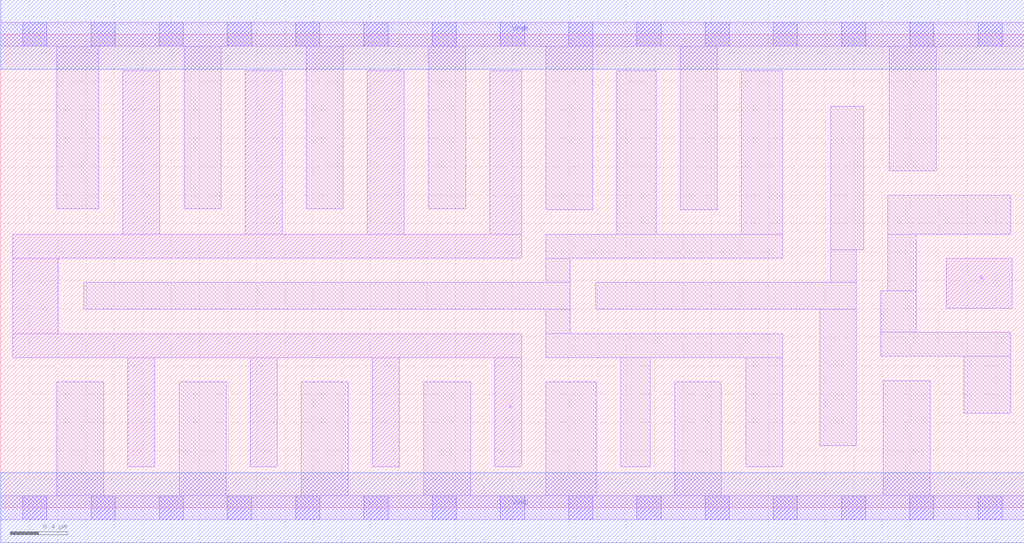
<source format=lef>
# Copyright 2020 The SkyWater PDK Authors
#
# Licensed under the Apache License, Version 2.0 (the "License");
# you may not use this file except in compliance with the License.
# You may obtain a copy of the License at
#
#     https://www.apache.org/licenses/LICENSE-2.0
#
# Unless required by applicable law or agreed to in writing, software
# distributed under the License is distributed on an "AS IS" BASIS,
# WITHOUT WARRANTIES OR CONDITIONS OF ANY KIND, either express or implied.
# See the License for the specific language governing permissions and
# limitations under the License.
#
# SPDX-License-Identifier: Apache-2.0

VERSION 5.7 ;
  NOWIREEXTENSIONATPIN ON ;
  DIVIDERCHAR "/" ;
  BUSBITCHARS "[]" ;
UNITS
  DATABASE MICRONS 200 ;
END UNITS
MACRO sky130_fd_sc_lp__bufbuf_8
  CLASS CORE ;
  FOREIGN sky130_fd_sc_lp__bufbuf_8 ;
  ORIGIN  0.000000  0.000000 ;
  SIZE  7.200000 BY  3.330000 ;
  SYMMETRY X Y R90 ;
  SITE unit ;
  PIN A
    ANTENNAGATEAREA  0.159000 ;
    DIRECTION INPUT ;
    USE SIGNAL ;
    PORT
      LAYER li1 ;
        RECT 6.650000 1.405000 7.115000 1.755000 ;
    END
  END A
  PIN X
    ANTENNADIFFAREA  2.352000 ;
    DIRECTION OUTPUT ;
    USE SIGNAL ;
    PORT
      LAYER li1 ;
        RECT 0.085000 1.055000 3.665000 1.225000 ;
        RECT 0.085000 1.225000 0.405000 1.755000 ;
        RECT 0.085000 1.755000 3.665000 1.925000 ;
        RECT 0.860000 1.925000 1.120000 3.075000 ;
        RECT 0.895000 0.290000 1.085000 1.055000 ;
        RECT 1.720000 1.925000 1.980000 3.075000 ;
        RECT 1.755000 0.290000 1.945000 1.055000 ;
        RECT 2.580000 1.925000 2.840000 3.075000 ;
        RECT 2.615000 0.290000 2.805000 1.055000 ;
        RECT 3.440000 1.925000 3.665000 3.075000 ;
        RECT 3.475000 0.290000 3.665000 1.055000 ;
    END
  END X
  PIN VGND
    DIRECTION INOUT ;
    USE GROUND ;
    PORT
      LAYER met1 ;
        RECT 0.000000 -0.245000 7.200000 0.245000 ;
    END
  END VGND
  PIN VPWR
    DIRECTION INOUT ;
    USE POWER ;
    PORT
      LAYER met1 ;
        RECT 0.000000 3.085000 7.200000 3.575000 ;
    END
  END VPWR
  OBS
    LAYER li1 ;
      RECT 0.000000 -0.085000 7.200000 0.085000 ;
      RECT 0.000000  3.245000 7.200000 3.415000 ;
      RECT 0.395000  0.085000 0.725000 0.885000 ;
      RECT 0.395000  2.105000 0.690000 3.245000 ;
      RECT 0.585000  1.395000 4.005000 1.585000 ;
      RECT 1.255000  0.085000 1.585000 0.885000 ;
      RECT 1.290000  2.105000 1.550000 3.245000 ;
      RECT 2.115000  0.085000 2.445000 0.885000 ;
      RECT 2.150000  2.105000 2.410000 3.245000 ;
      RECT 2.975000  0.085000 3.305000 0.885000 ;
      RECT 3.010000  2.105000 3.270000 3.245000 ;
      RECT 3.835000  0.085000 4.190000 0.885000 ;
      RECT 3.835000  1.055000 5.500000 1.225000 ;
      RECT 3.835000  1.225000 4.005000 1.395000 ;
      RECT 3.835000  1.585000 4.005000 1.755000 ;
      RECT 3.835000  1.755000 5.500000 1.925000 ;
      RECT 3.835000  2.095000 4.165000 3.245000 ;
      RECT 4.185000  1.395000 6.020000 1.585000 ;
      RECT 4.335000  1.925000 4.610000 3.075000 ;
      RECT 4.360000  0.290000 4.570000 1.055000 ;
      RECT 4.740000  0.085000 5.070000 0.885000 ;
      RECT 4.780000  2.095000 5.040000 3.245000 ;
      RECT 5.210000  1.925000 5.500000 3.075000 ;
      RECT 5.240000  0.290000 5.500000 1.055000 ;
      RECT 5.760000  0.435000 6.020000 1.395000 ;
      RECT 5.840000  1.585000 6.020000 1.815000 ;
      RECT 5.840000  1.815000 6.070000 2.825000 ;
      RECT 6.190000  1.065000 7.105000 1.235000 ;
      RECT 6.190000  1.235000 6.440000 1.525000 ;
      RECT 6.210000  0.085000 6.540000 0.895000 ;
      RECT 6.240000  1.525000 6.440000 1.925000 ;
      RECT 6.240000  1.925000 7.105000 2.200000 ;
      RECT 6.250000  2.370000 6.580000 3.245000 ;
      RECT 6.775000  0.665000 7.105000 1.065000 ;
    LAYER mcon ;
      RECT 0.155000 -0.085000 0.325000 0.085000 ;
      RECT 0.155000  3.245000 0.325000 3.415000 ;
      RECT 0.635000 -0.085000 0.805000 0.085000 ;
      RECT 0.635000  3.245000 0.805000 3.415000 ;
      RECT 1.115000 -0.085000 1.285000 0.085000 ;
      RECT 1.115000  3.245000 1.285000 3.415000 ;
      RECT 1.595000 -0.085000 1.765000 0.085000 ;
      RECT 1.595000  3.245000 1.765000 3.415000 ;
      RECT 2.075000 -0.085000 2.245000 0.085000 ;
      RECT 2.075000  3.245000 2.245000 3.415000 ;
      RECT 2.555000 -0.085000 2.725000 0.085000 ;
      RECT 2.555000  3.245000 2.725000 3.415000 ;
      RECT 3.035000 -0.085000 3.205000 0.085000 ;
      RECT 3.035000  3.245000 3.205000 3.415000 ;
      RECT 3.515000 -0.085000 3.685000 0.085000 ;
      RECT 3.515000  3.245000 3.685000 3.415000 ;
      RECT 3.995000 -0.085000 4.165000 0.085000 ;
      RECT 3.995000  3.245000 4.165000 3.415000 ;
      RECT 4.475000 -0.085000 4.645000 0.085000 ;
      RECT 4.475000  3.245000 4.645000 3.415000 ;
      RECT 4.955000 -0.085000 5.125000 0.085000 ;
      RECT 4.955000  3.245000 5.125000 3.415000 ;
      RECT 5.435000 -0.085000 5.605000 0.085000 ;
      RECT 5.435000  3.245000 5.605000 3.415000 ;
      RECT 5.915000 -0.085000 6.085000 0.085000 ;
      RECT 5.915000  3.245000 6.085000 3.415000 ;
      RECT 6.395000 -0.085000 6.565000 0.085000 ;
      RECT 6.395000  3.245000 6.565000 3.415000 ;
      RECT 6.875000 -0.085000 7.045000 0.085000 ;
      RECT 6.875000  3.245000 7.045000 3.415000 ;
  END
END sky130_fd_sc_lp__bufbuf_8
END LIBRARY

</source>
